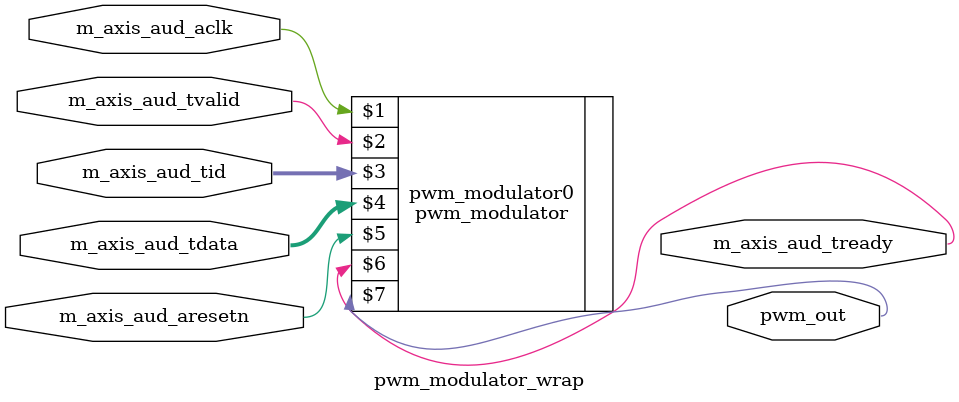
<source format=v>

module pwm_modulator_wrap (
        // AXI_S INTERFACE
    input  wire            m_axis_aud_aclk,
    input  wire            m_axis_aud_tvalid,
    input  wire [2:0]      m_axis_aud_tid,
    input  wire [31:0]     m_axis_aud_tdata,
    input  wire            m_axis_aud_aresetn,
    output wire            m_axis_aud_tready,
    output wire            pwm_out);



pwm_modulator   pwm_modulator0 (
    m_axis_aud_aclk,
    m_axis_aud_tvalid,
    m_axis_aud_tid,
    m_axis_aud_tdata,
    m_axis_aud_aresetn,
    m_axis_aud_tready,
    pwm_out
);
    
endmodule
</source>
